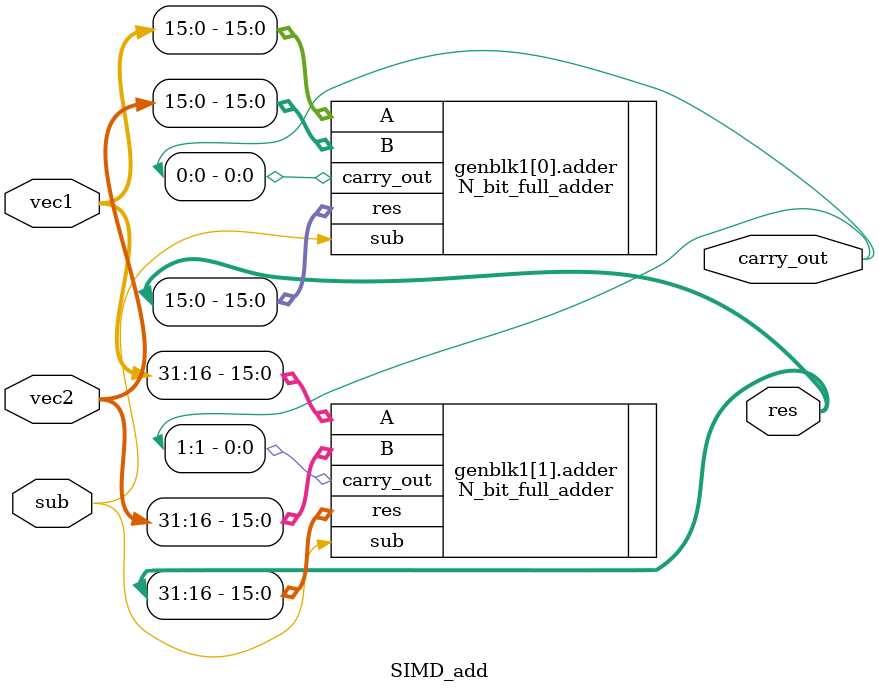
<source format=sv>
`timescale 1ns / 1ps

module SIMD_add #(
    parameter VEC_LEN = 32,
    parameter OPERAND_DIGIT = 16,
    parameter OPERAND_NUM = VEC_LEN / OPERAND_DIGIT
) (
    input [VEC_LEN-1:0] vec1,
    input [VEC_LEN-1:0] vec2,
    input sub,

    output [OPERAND_NUM-1:0] carry_out,
    output [VEC_LEN-1:0] res
);

  genvar i;
  generate
    for (i = 0; i < OPERAND_NUM; i = i + 1) begin
      N_bit_full_adder #(OPERAND_DIGIT) adder (
          .A(vec1[(i+1)*OPERAND_DIGIT-1:i*OPERAND_DIGIT]),
          .B(vec2[(i+1)*OPERAND_DIGIT-1:i*OPERAND_DIGIT]),
          .sub (sub),

          .carry_out(carry_out[i]),
          .res(res[(i+1)*OPERAND_DIGIT-1:i*OPERAND_DIGIT])
      );
    end
  endgenerate

endmodule

</source>
